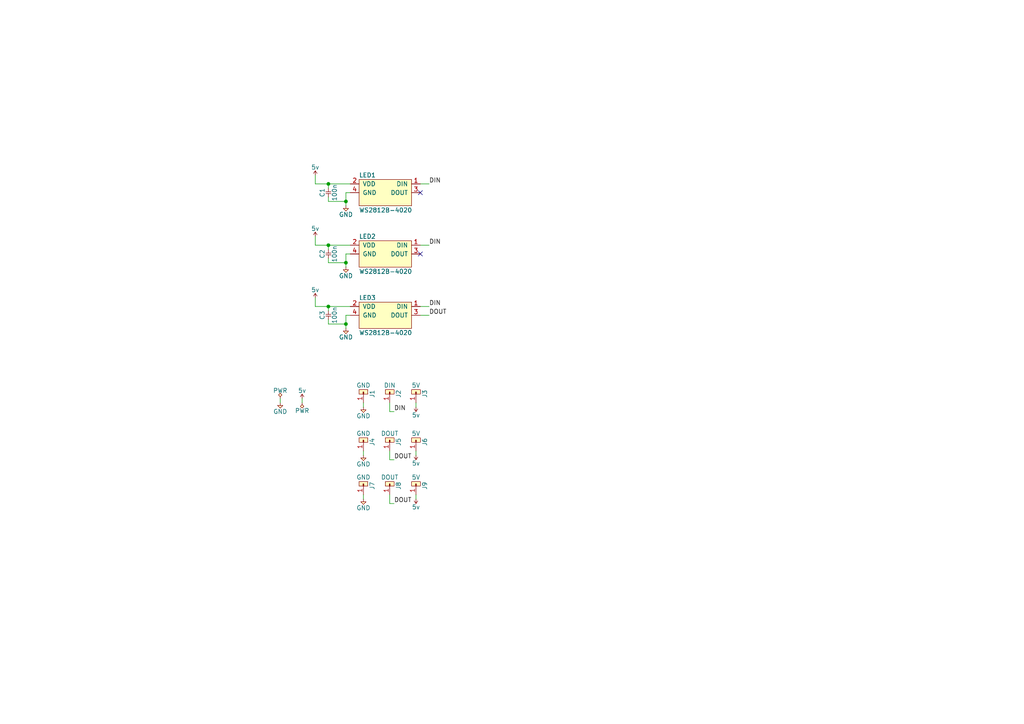
<source format=kicad_sch>
(kicad_sch (version 20210406) (generator eeschema)
  (paper "A4")
  (lib_symbols
    (symbol "ael:5v" (power) (pin_numbers hide) (pin_names (offset 1.016) hide)
      (property "Value" "5v" (at 0 2.286 0))
      (symbol "5v_0_1"
        (polyline (pts (xy 0 1.27) (xy 0.508 0.508)))
        (polyline (pts (xy 0 0) (xy 0 1.27) (xy -0.508 0.508)))
      )
      (symbol "5v_1_1"
        (pin power_in line (at 0 0 180) (length 0) hide (name "5v") (number "1"))
      )
    )
    (symbol "ael:GND" (power) (pin_numbers hide) (pin_names (offset 1.016) hide)
      (property "Value" "GND" (at 0 -2.54 0))
      (symbol "GND_0_1"
        (polyline (pts (xy 0 0) (xy 0 -0.762)))
        (polyline (pts (xy -0.762 -0.762) (xy 0.762 -0.762) (xy 0 -1.524) (xy -0.762 -0.762)) (fill (type background)))
      )
      (symbol "GND_1_1"
        (pin power_in line (at 0 0 180) (length 0) hide (name "GND") (number "1"))
      )
    )
    (symbol "agg:5v" (power) (pin_numbers hide) (pin_names (offset 1.016) hide)
      (property "Value" "5v" (at 0 2.286 0))
      (symbol "5v_0_1"
        (polyline (pts (xy 0 1.27) (xy 0.508 0.508)))
        (polyline (pts (xy 0 0) (xy 0 1.27) (xy -0.508 0.508)))
      )
      (symbol "5v_1_1"
        (pin power_in line (at 0 0 180) (length 0) hide (name "5v") (number "1"))
      )
    )
    (symbol "agg:C" (pin_numbers hide) (pin_names (offset 1.016) hide)
      (property "Reference" "C" (at 1.27 1.778 0))
      (property "Value" "C" (at 1.27 -1.778 0))
      (symbol "C_0_1"
        (polyline (pts (xy 1.016 0.762) (xy 1.016 -0.762)))
        (polyline (pts (xy 1.524 0.762) (xy 1.524 -0.762)))
      )
      (symbol "C_1_1"
        (pin passive line (at 0 0 0) (length 1.016) (name "~") (number "1"))
        (pin passive line (at 2.54 0 180) (length 1.016) (name "~") (number "2"))
      )
    )
    (symbol "agg:CONN_01x01" (pin_names (offset 0.0254) hide)
      (property "Reference" "J" (at -1.27 2.54 0))
      (property "Value" "CONN_01x01" (at -1.27 -2.54 0))
      (symbol "CONN_01x01_0_1"
        (rectangle (start 0 0.127) (end -0.635 -0.127) (fill (type outline)))
        (rectangle (start 0 1.27) (end -1.27 -1.27) (fill (type background)))
      )
      (symbol "CONN_01x01_1_1"
        (pin passive line (at 2.54 0 180) (length 2.54) (name "1") (number "1"))
      )
    )
    (symbol "agg:PWR" (power) (pin_numbers hide) (pin_names (offset 1.016) hide)
      (property "Value" "PWR" (at 0 2.286 0))
      (symbol "PWR_0_1"
        (polyline (pts (xy 0 0.508) (xy -0.508 1.016) (xy 0 1.524) (xy 0.508 1.016) (xy 0 0.508)) (fill (type background)))
      )
      (symbol "PWR_1_1"
        (pin power_out line (at 0 0 90) (length 0.508) (name "pwr") (number "1"))
      )
    )
    (symbol "agg:WS2812B-4020" (pin_names (offset 1.016))
      (property "Reference" "IC" (at -7.62 5.08 0))
      (property "Value" "WS2812B-4020" (at -7.62 -5.08 0))
      (symbol "WS2812B-4020_0_0"
        (pin input line (at 10.16 2.54 180) (length 2.54) (name "DIN") (number "1"))
        (pin power_in line (at -10.16 2.54 0) (length 2.54) (name "VDD") (number "2"))
        (pin output line (at 10.16 0 180) (length 2.54) (name "DOUT") (number "3"))
        (pin power_in line (at -10.16 0 0) (length 2.54) (name "GND") (number "4"))
      )
      (symbol "WS2812B-4020_0_1"
        (rectangle (start -7.62 3.81) (end 7.62 -3.81) (fill (type background)))
      )
    )
  )
  (junction (at 95.25 53.34) (diameter 0.9144))
  (junction (at 95.25 71.12) (diameter 0.9144))
  (junction (at 95.25 88.9) (diameter 0.9144))
  (junction (at 100.33 58.42) (diameter 0.9144))
  (junction (at 100.33 76.2) (diameter 0.9144))
  (junction (at 100.33 93.98) (diameter 0.9144))
  (no_connect (at 121.92 55.88))
  (no_connect (at 121.92 73.66))
  (wire (pts (xy 81.28 115.57) (xy 81.28 116.84)))
  (wire (pts (xy 87.63 115.57) (xy 87.63 116.84)))
  (wire (pts (xy 91.44 50.8) (xy 91.44 53.34)))
  (wire (pts (xy 91.44 53.34) (xy 95.25 53.34)))
  (wire (pts (xy 91.44 68.58) (xy 91.44 71.12)))
  (wire (pts (xy 91.44 71.12) (xy 95.25 71.12)))
  (wire (pts (xy 91.44 86.36) (xy 91.44 88.9)))
  (wire (pts (xy 91.44 88.9) (xy 95.25 88.9)))
  (wire (pts (xy 95.25 53.34) (xy 95.25 54.61)))
  (wire (pts (xy 95.25 53.34) (xy 101.6 53.34)))
  (wire (pts (xy 95.25 57.15) (xy 95.25 58.42)))
  (wire (pts (xy 95.25 58.42) (xy 100.33 58.42)))
  (wire (pts (xy 95.25 71.12) (xy 95.25 72.39)))
  (wire (pts (xy 95.25 71.12) (xy 101.6 71.12)))
  (wire (pts (xy 95.25 74.93) (xy 95.25 76.2)))
  (wire (pts (xy 95.25 76.2) (xy 100.33 76.2)))
  (wire (pts (xy 95.25 88.9) (xy 95.25 90.17)))
  (wire (pts (xy 95.25 88.9) (xy 101.6 88.9)))
  (wire (pts (xy 95.25 92.71) (xy 95.25 93.98)))
  (wire (pts (xy 95.25 93.98) (xy 100.33 93.98)))
  (wire (pts (xy 100.33 55.88) (xy 101.6 55.88)))
  (wire (pts (xy 100.33 58.42) (xy 100.33 55.88)))
  (wire (pts (xy 100.33 59.69) (xy 100.33 58.42)))
  (wire (pts (xy 100.33 73.66) (xy 101.6 73.66)))
  (wire (pts (xy 100.33 76.2) (xy 100.33 73.66)))
  (wire (pts (xy 100.33 77.47) (xy 100.33 76.2)))
  (wire (pts (xy 100.33 91.44) (xy 101.6 91.44)))
  (wire (pts (xy 100.33 93.98) (xy 100.33 91.44)))
  (wire (pts (xy 100.33 95.25) (xy 100.33 93.98)))
  (wire (pts (xy 105.41 116.84) (xy 105.41 118.11)))
  (wire (pts (xy 105.41 130.81) (xy 105.41 132.08)))
  (wire (pts (xy 105.41 143.51) (xy 105.41 144.78)))
  (wire (pts (xy 113.03 116.84) (xy 113.03 119.38)))
  (wire (pts (xy 113.03 119.38) (xy 114.3 119.38)))
  (wire (pts (xy 113.03 130.81) (xy 113.03 133.35)))
  (wire (pts (xy 113.03 133.35) (xy 114.3 133.35)))
  (wire (pts (xy 113.03 143.51) (xy 113.03 146.05)))
  (wire (pts (xy 113.03 146.05) (xy 114.3 146.05)))
  (wire (pts (xy 120.65 116.84) (xy 120.65 118.11)))
  (wire (pts (xy 120.65 130.81) (xy 120.65 132.08)))
  (wire (pts (xy 120.65 143.51) (xy 120.65 144.78)))
  (wire (pts (xy 121.92 53.34) (xy 124.46 53.34)))
  (wire (pts (xy 121.92 71.12) (xy 124.46 71.12)))
  (wire (pts (xy 121.92 88.9) (xy 124.46 88.9)))
  (wire (pts (xy 121.92 91.44) (xy 124.46 91.44)))
  (label "DIN" (at 114.3 119.38 0))
  (label "DOUT" (at 114.3 133.35 0))
  (label "DOUT" (at 114.3 146.05 0))
  (label "DIN" (at 124.46 53.34 0))
  (label "DIN" (at 124.46 71.12 0))
  (label "DIN" (at 124.46 88.9 0))
  (label "DOUT" (at 124.46 91.44 0))
  (symbol (lib_id "agg:5v") (at 87.63 115.57 0) (unit 1)
    (property "Reference" "#PWR0102" (effects hide))
    (property "Value" "5v" (at 87.63 113.284 0))
  )
  (symbol (lib_id "ael:5v") (at 91.44 50.8 0) (unit 1)
    (property "Reference" "#PWR01" (effects hide))
    (property "Value" "5v" (at 91.44 48.514 0))
  )
  (symbol (lib_id "ael:5v") (at 91.44 68.58 0) (unit 1)
    (property "Reference" "#PWR03" (effects hide))
    (property "Value" "5v" (at 91.44 66.294 0))
  )
  (symbol (lib_id "ael:5v") (at 91.44 86.36 0) (unit 1)
    (property "Reference" "#PWR05" (effects hide))
    (property "Value" "5v" (at 91.44 84.074 0))
  )
  (symbol (lib_id "agg:5v") (at 120.65 118.11 180) (unit 1)
    (property "Reference" "#PWR08" (effects hide))
    (property "Value" "5v" (at 120.65 120.396 0))
  )
  (symbol (lib_id "agg:5v") (at 120.65 132.08 180) (unit 1)
    (property "Reference" "#PWR010" (effects hide))
    (property "Value" "5v" (at 120.65 134.366 0))
  )
  (symbol (lib_id "agg:5v") (at 120.65 144.78 180) (unit 1)
    (property "Reference" "#PWR012" (effects hide))
    (property "Value" "5v" (at 120.65 147.066 0))
  )
  (symbol (lib_id "agg:PWR") (at 81.28 115.57 0) (unit 1)
    (property "Reference" "#FLG0101" (effects hide))
    (property "Value" "PWR" (at 81.28 113.284 0))
  )
  (symbol (lib_id "agg:PWR") (at 87.63 116.84 180) (unit 1)
    (property "Reference" "#FLG0102" (effects hide))
    (property "Value" "PWR" (at 87.63 119.126 0))
  )
  (symbol (lib_id "ael:GND") (at 81.28 116.84 0) (unit 1)
    (property "Reference" "#PWR0101" (effects hide))
    (property "Value" "GND" (at 81.28 119.38 0))
  )
  (symbol (lib_id "ael:GND") (at 100.33 59.69 0) (unit 1)
    (property "Reference" "#PWR02" (effects hide))
    (property "Value" "GND" (at 100.33 62.23 0))
  )
  (symbol (lib_id "ael:GND") (at 100.33 77.47 0) (unit 1)
    (property "Reference" "#PWR04" (effects hide))
    (property "Value" "GND" (at 100.33 80.01 0))
  )
  (symbol (lib_id "ael:GND") (at 100.33 95.25 0) (unit 1)
    (property "Reference" "#PWR06" (effects hide))
    (property "Value" "GND" (at 100.33 97.79 0))
  )
  (symbol (lib_id "ael:GND") (at 105.41 118.11 0) (unit 1)
    (property "Reference" "#PWR07" (effects hide))
    (property "Value" "GND" (at 105.41 120.65 0))
  )
  (symbol (lib_id "ael:GND") (at 105.41 132.08 0) (unit 1)
    (property "Reference" "#PWR09" (effects hide))
    (property "Value" "GND" (at 105.41 134.62 0))
  )
  (symbol (lib_id "ael:GND") (at 105.41 144.78 0) (unit 1)
    (property "Reference" "#PWR011" (effects hide))
    (property "Value" "GND" (at 105.41 147.32 0))
  )
  (symbol (lib_id "agg:C") (at 95.25 57.15 90) (unit 1)
    (property "Reference" "C1" (at 93.472 55.88 0))
    (property "Value" "100n" (at 97.028 55.88 0))
    (property "Footprint" "agg:0402" (effects hide))
    (property "LCSC" "C1525" (effects hide))
  )
  (symbol (lib_id "agg:C") (at 95.25 74.93 90) (unit 1)
    (property "Reference" "C2" (at 93.472 73.66 0))
    (property "Value" "100n" (at 97.028 73.66 0))
    (property "Footprint" "agg:0402" (effects hide))
    (property "LCSC" "C1525" (effects hide))
  )
  (symbol (lib_id "agg:C") (at 95.25 92.71 90) (unit 1)
    (property "Reference" "C3" (at 93.472 91.44 0))
    (property "Value" "100n" (at 97.028 91.44 0))
    (property "Footprint" "agg:0402" (effects hide))
    (property "LCSC" "C1525" (effects hide))
  )
  (symbol (lib_id "agg:CONN_01x01") (at 105.41 114.3 270) (unit 1)
    (property "Reference" "J1" (at 107.95 113.03 0) (effects (justify left)))
    (property "Value" "GND" (at 105.41 111.76 90))
    (property "Footprint" "agg:M2_PTH" (effects hide))
  )
  (symbol (lib_id "agg:CONN_01x01") (at 105.41 128.27 270) (unit 1)
    (property "Reference" "J4" (at 107.95 127 0) (effects (justify left)))
    (property "Value" "GND" (at 105.41 125.73 90))
    (property "Footprint" "agg:M2_PTH" (effects hide))
  )
  (symbol (lib_id "agg:CONN_01x01") (at 105.41 140.97 270) (unit 1)
    (property "Reference" "J7" (at 107.95 139.7 0) (effects (justify left)))
    (property "Value" "GND" (at 105.41 138.43 90))
    (property "Footprint" "agg:M2_PTH" (effects hide))
  )
  (symbol (lib_id "agg:CONN_01x01") (at 113.03 114.3 270) (unit 1)
    (property "Reference" "J2" (at 115.57 113.03 0) (effects (justify left)))
    (property "Value" "DIN" (at 113.03 111.76 90))
    (property "Footprint" "agg:M2_PTH" (effects hide))
  )
  (symbol (lib_id "agg:CONN_01x01") (at 113.03 128.27 270) (unit 1)
    (property "Reference" "J5" (at 115.57 127 0) (effects (justify left)))
    (property "Value" "DOUT" (at 113.03 125.73 90))
    (property "Footprint" "agg:M2_PTH" (effects hide))
  )
  (symbol (lib_id "agg:CONN_01x01") (at 113.03 140.97 270) (unit 1)
    (property "Reference" "J8" (at 115.57 139.7 0) (effects (justify left)))
    (property "Value" "DOUT" (at 113.03 138.43 90))
    (property "Footprint" "agg:M2_PTH" (effects hide))
  )
  (symbol (lib_id "agg:CONN_01x01") (at 120.65 114.3 270) (unit 1)
    (property "Reference" "J3" (at 123.19 113.03 0) (effects (justify left)))
    (property "Value" "5V" (at 120.65 111.76 90))
    (property "Footprint" "agg:M2_PTH" (effects hide))
  )
  (symbol (lib_id "agg:CONN_01x01") (at 120.65 128.27 270) (unit 1)
    (property "Reference" "J6" (at 123.19 127 0) (effects (justify left)))
    (property "Value" "5V" (at 120.65 125.73 90))
    (property "Footprint" "agg:M2_PTH" (effects hide))
  )
  (symbol (lib_id "agg:CONN_01x01") (at 120.65 140.97 270) (unit 1)
    (property "Reference" "J9" (at 123.19 139.7 0) (effects (justify left)))
    (property "Value" "5V" (at 120.65 138.43 90))
    (property "Footprint" "agg:M2_PTH" (effects hide))
  )
  (symbol (lib_id "agg:WS2812B-4020") (at 111.76 55.88 0) (unit 1)
    (property "Reference" "LED1" (at 104.14 50.8 0) (effects (justify left)))
    (property "Value" "WS2812B-4020" (at 104.14 60.96 0) (effects (justify left)))
    (property "Footprint" "agg:WS2812B-4020" (effects hide))
    (property "Datasheet" "https://datasheet.lcsc.com/szlcsc/2012110135_Worldsemi-WS2812B-4020_C965557.pdf" (effects hide))
    (property "LCSC" "C965557" (effects hide))
  )
  (symbol (lib_id "agg:WS2812B-4020") (at 111.76 73.66 0) (unit 1)
    (property "Reference" "LED2" (at 104.14 68.58 0) (effects (justify left)))
    (property "Value" "WS2812B-4020" (at 104.14 78.74 0) (effects (justify left)))
    (property "Footprint" "agg:WS2812B-4020" (effects hide))
    (property "Datasheet" "https://datasheet.lcsc.com/szlcsc/2012110135_Worldsemi-WS2812B-4020_C965557.pdf" (effects hide))
    (property "LCSC" "C965557" (effects hide))
  )
  (symbol (lib_id "agg:WS2812B-4020") (at 111.76 91.44 0) (unit 1)
    (property "Reference" "LED3" (at 104.14 86.36 0) (effects (justify left)))
    (property "Value" "WS2812B-4020" (at 104.14 96.52 0) (effects (justify left)))
    (property "Footprint" "agg:WS2812B-4020" (effects hide))
    (property "Datasheet" "https://datasheet.lcsc.com/szlcsc/2012110135_Worldsemi-WS2812B-4020_C965557.pdf" (effects hide))
    (property "LCSC" "C965557" (effects hide))
  )
)
</source>
